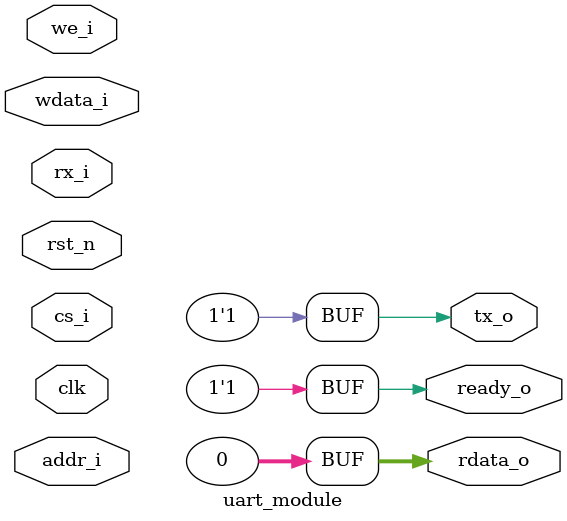
<source format=sv>
module riscv_io_system #(
    parameter int ADDR_WIDTH = 32,
    parameter int DATA_WIDTH = 32,
    // Define Memory Map Bases
    parameter logic [ADDR_WIDTH-1:0] GPIO_BASE_ADDR = 32'h1000_0000,
    parameter logic [ADDR_WIDTH-1:0] UART_BASE_ADDR = 32'h1000_1000,
    // Define Address Mask/Range (adjust as needed per peripheral size)
    parameter logic [ADDR_WIDTH-1:0] IO_ADDR_MASK   = 32'hFFFF_FF00 // Example: Allows 256 registers per peripheral
) (
    input  logic clk,
    input  logic rst_n,

    // Example External IO connections
    // GPIO
    output logic [7:0] gpio_out,
    input  logic [7:0] gpio_in,
    output logic [7:0] gpio_oe, // Output enable for bidirectional
    // UART
    output logic uart_tx,
    input  logic uart_rx
);

    // Internal signals for Core <-> IO Bus interface
    logic [ADDR_WIDTH-1:0] core_mem_addr;
    logic [DATA_WIDTH-1:0] core_mem_wdata;
    logic                  core_mem_we;
    logic                  core_mem_req;
    logic [DATA_WIDTH-1:0] core_mem_rdata;
    logic                  core_mem_gnt; // Grant back to core

    // Internal signals for Peripheral Bus interface
    logic [ADDR_WIDTH-1:0] io_addr;
    logic [DATA_WIDTH-1:0] io_wdata;
    logic                  io_we;
    logic                  io_req; // Request to peripherals

    // Chip Select signals for peripherals
    logic                  gpio_cs;
    logic                  uart_cs;

    // Read data return paths from peripherals
    logic [DATA_WIDTH-1:0] gpio_rdata;
    logic [DATA_WIDTH-1:0] uart_rdata;
    logic                  gpio_ready; // Ready/Ack from peripheral
    logic                  uart_ready; // Ready/Ack from peripheral


    //================================================
    // Instantiate the RISC-V Core
    //================================================
    // NOTE: Replace 'riscv_core' with your actual core module name
    //       and connect interfaces appropriately.
    riscv_core u_riscv_core (
        .clk        (clk),
        .rst_n      (rst_n),

        // Instruction fetch interface (if separate) - simplified/omitted here
        // .imem_...

        // Data memory/IO interface
        .mem_addr_o (core_mem_addr),
        .mem_wdata_o(core_mem_wdata),
        .mem_we_o   (core_mem_we),
        .mem_req_o  (core_mem_req), // Core initiates access
        .mem_rdata_i(core_mem_rdata),// Data returning to core
        .mem_gnt_i  (core_mem_gnt)  // Peripheral system signals ready/done
        // Other core signals (interrupts, debug, etc.)
        // .interrupt_i(...)
    );


    //================================================
    // IO Bus Logic
    //================================================
    // Assign core outputs to internal IO bus signals
    // For this simple example, core signals directly drive the IO bus
    assign io_addr  = core_mem_addr;
    assign io_wdata = core_mem_wdata;
    assign io_we    = core_mem_we;
    assign io_req   = core_mem_req; // Valid request on the IO bus


    //================================================
    // Address Decoder
    //================================================
    // Generate chip selects based on address ranges
    // Assumes peripherals respond when req is high and address matches
    assign gpio_cs = io_req && ((io_addr & IO_ADDR_MASK) == GPIO_BASE_ADDR);
    assign uart_cs = io_req && ((io_addr & IO_ADDR_MASK) == UART_BASE_ADDR);


    //================================================
    // Read Data Multiplexer
    //================================================
    // Select read data from the active peripheral
    // Default to 0 if no peripheral is selected
    // Assumes peripherals provide data combinatorially when selected
    // or use a ready signal if they take cycles.
    always_comb begin
        core_mem_rdata = {DATA_WIDTH{1'b0}}; // Default value
        if (gpio_cs) begin
            core_mem_rdata = gpio_rdata;
        end else if (uart_cs) begin
            core_mem_rdata = uart_rdata;
        end
        // Add other peripherals here
    end


    //================================================
    // Grant/Ready Logic (Simple Example)
    //================================================
    // Combine ready signals from selected peripherals
    // This assumes peripherals assert 'ready' when they can accept a write
    // or have valid read data. If only one peripheral can be active,
    // a mux based on CS is appropriate.
    // This simple version assumes single-cycle acknowledge from selected peripheral.
    assign core_mem_gnt = (gpio_cs && gpio_ready) || (uart_cs && uart_ready);
    // A simpler, less safe version might just be:
    // assign core_mem_gnt = gpio_cs || uart_cs; // Assumes peripheral is always ready if selected


    //================================================
    // Instantiate IO Peripherals
    //================================================

    //--- GPIO Peripheral ---
    // NOTE: Replace 'gpio_module' with your actual module
    gpio_module #(
        .ADDR_WIDTH(ADDR_WIDTH),
        .DATA_WIDTH(DATA_WIDTH)
    ) u_gpio (
        .clk    (clk),
        .rst_n  (rst_n),
        // Bus Interface
        .cs_i   (gpio_cs),       // Chip select
        .we_i   (io_we),         // Write enable
        .addr_i (io_addr[7:0]),  // Pass lower address bits (or as needed)
        .wdata_i(io_wdata),     // Write data
        .rdata_o(gpio_rdata),   // Read data
        .ready_o(gpio_ready),   // Ready/Ack signal
        // External GPIO pins
        .gpio_out_o(gpio_out),
        .gpio_in_i (gpio_in),
        .gpio_oe_o (gpio_oe)
    );

    //--- UART Peripheral ---
    // NOTE: Replace 'uart_module' with your actual module
    uart_module #(
        .ADDR_WIDTH(ADDR_WIDTH),
        .DATA_WIDTH(DATA_WIDTH)
    ) u_uart (
        .clk    (clk),
        .rst_n  (rst_n),
        // Bus Interface
        .cs_i   (uart_cs),       // Chip select
        .we_i   (io_we),         // Write enable
        .addr_i (io_addr[7:0]),  // Pass lower address bits (or as needed)
        .wdata_i(io_wdata),     // Write data
        .rdata_o(uart_rdata),   // Read data
        .ready_o(uart_ready),   // Ready/Ack signal
        // External UART pins
        .tx_o   (uart_tx),
        .rx_i   (uart_rx)
        // Interrupt signal (optional)
        // .interrupt_o()
    );

endmodule

//----------------------------------------------------
// Placeholder for the RISC-V Core module interface
//----------------------------------------------------
module riscv_core (
    input  logic clk,
    input  logic rst_n,
    // Data memory/IO interface
    output logic [31:0] mem_addr_o,
    output logic [31:0] mem_wdata_o,
    output logic        mem_we_o,
    output logic        mem_req_o,
    input  logic [31:0] mem_rdata_i,
    input  logic        mem_gnt_i
    // Add other ports as needed (instruction fetch, interrupts, etc.)
);
    // Internal core logic would be here
endmodule

//----------------------------------------------------
// Placeholder for GPIO Peripheral module interface
//----------------------------------------------------
module gpio_module #(
    parameter int ADDR_WIDTH = 32,
    parameter int DATA_WIDTH = 32
) (
    input  logic clk,
    input  logic rst_n,
    // Bus Interface
    input  logic        cs_i,
    input  logic        we_i,
    input  logic [7:0]  addr_i, // Example: Use lower 8 bits for register select
    input  logic [DATA_WIDTH-1:0] wdata_i,
    output logic [DATA_WIDTH-1:0] rdata_o,
    output logic        ready_o, // Ready/Ack signal
    // External GPIO pins
    output logic [7:0] gpio_out_o,
    input  logic [7:0] gpio_in_i,
    output logic [7:0] gpio_oe_o
);
    // Internal GPIO logic (registers for data out, direction, reading input)
    // Example: Assume ready is always high for simplicity here
    assign ready_o = 1'b1;
    // Simplified read/write logic would go here based on addr_i, cs_i, we_i
    assign rdata_o = {24'b0, gpio_in_i}; // Example: read from input pins at addr 0x00
    // Assign outputs based on internal registers written via bus
    assign gpio_out_o = '0; // Placeholder
    assign gpio_oe_o = '0; // Placeholder
endmodule

//----------------------------------------------------
// Placeholder for UART Peripheral module interface
//----------------------------------------------------
module uart_module #(
    parameter int ADDR_WIDTH = 32,
    parameter int DATA_WIDTH = 32
) (
    input  logic clk,
    input  logic rst_n,
    // Bus Interface
    input  logic       cs_i,
    input  logic       we_i,
    input  logic [7:0] addr_i, // Example: Use lower 8 bits for register select
    input  logic [DATA_WIDTH-1:0] wdata_i,
    output logic [DATA_WIDTH-1:0] rdata_o,
    output logic       ready_o, // Ready/Ack signal
    // External UART pins
    output logic       tx_o,
    input  logic       rx_i
);
    // Internal UART logic (registers for TX data, RX data, status, control)
    // Baud rate generator, shift registers etc.
    // Example: Assume ready is always high for simplicity here
    assign ready_o = 1'b1;
    // Simplified read/write logic would go here based on addr_i, cs_i, we_i
    assign rdata_o = 32'b0; // Placeholder
    assign tx_o = 1'b1; // Placeholder (idle high)
endmodule
</source>
